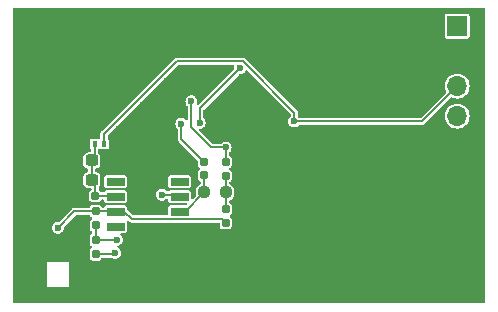
<source format=gbr>
%TF.GenerationSoftware,KiCad,Pcbnew,7.0.10*%
%TF.CreationDate,2024-02-25T20:31:22-06:00*%
%TF.ProjectId,IFBoard,4946426f-6172-4642-9e6b-696361645f70,rev?*%
%TF.SameCoordinates,Original*%
%TF.FileFunction,Copper,L2,Bot*%
%TF.FilePolarity,Positive*%
%FSLAX46Y46*%
G04 Gerber Fmt 4.6, Leading zero omitted, Abs format (unit mm)*
G04 Created by KiCad (PCBNEW 7.0.10) date 2024-02-25 20:31:22*
%MOMM*%
%LPD*%
G01*
G04 APERTURE LIST*
G04 Aperture macros list*
%AMRoundRect*
0 Rectangle with rounded corners*
0 $1 Rounding radius*
0 $2 $3 $4 $5 $6 $7 $8 $9 X,Y pos of 4 corners*
0 Add a 4 corners polygon primitive as box body*
4,1,4,$2,$3,$4,$5,$6,$7,$8,$9,$2,$3,0*
0 Add four circle primitives for the rounded corners*
1,1,$1+$1,$2,$3*
1,1,$1+$1,$4,$5*
1,1,$1+$1,$6,$7*
1,1,$1+$1,$8,$9*
0 Add four rect primitives between the rounded corners*
20,1,$1+$1,$2,$3,$4,$5,0*
20,1,$1+$1,$4,$5,$6,$7,0*
20,1,$1+$1,$6,$7,$8,$9,0*
20,1,$1+$1,$8,$9,$2,$3,0*%
G04 Aperture macros list end*
%TA.AperFunction,ComponentPad*%
%ADD10R,1.700000X1.700000*%
%TD*%
%TA.AperFunction,ComponentPad*%
%ADD11O,1.700000X1.700000*%
%TD*%
%TA.AperFunction,SMDPad,CuDef*%
%ADD12RoundRect,0.155000X-0.155000X0.212500X-0.155000X-0.212500X0.155000X-0.212500X0.155000X0.212500X0*%
%TD*%
%TA.AperFunction,SMDPad,CuDef*%
%ADD13RoundRect,0.160000X0.160000X-0.197500X0.160000X0.197500X-0.160000X0.197500X-0.160000X-0.197500X0*%
%TD*%
%TA.AperFunction,SMDPad,CuDef*%
%ADD14R,0.400000X0.500000*%
%TD*%
%TA.AperFunction,SMDPad,CuDef*%
%ADD15RoundRect,0.237500X0.250000X0.237500X-0.250000X0.237500X-0.250000X-0.237500X0.250000X-0.237500X0*%
%TD*%
%TA.AperFunction,SMDPad,CuDef*%
%ADD16R,1.526000X0.650000*%
%TD*%
%TA.AperFunction,SMDPad,CuDef*%
%ADD17RoundRect,0.237500X0.300000X0.237500X-0.300000X0.237500X-0.300000X-0.237500X0.300000X-0.237500X0*%
%TD*%
%TA.AperFunction,SMDPad,CuDef*%
%ADD18RoundRect,0.155000X0.212500X0.155000X-0.212500X0.155000X-0.212500X-0.155000X0.212500X-0.155000X0*%
%TD*%
%TA.AperFunction,SMDPad,CuDef*%
%ADD19RoundRect,0.155000X0.155000X-0.212500X0.155000X0.212500X-0.155000X0.212500X-0.155000X-0.212500X0*%
%TD*%
%TA.AperFunction,SMDPad,CuDef*%
%ADD20RoundRect,0.160000X-0.160000X0.197500X-0.160000X-0.197500X0.160000X-0.197500X0.160000X0.197500X0*%
%TD*%
%TA.AperFunction,ViaPad*%
%ADD21C,0.800000*%
%TD*%
%TA.AperFunction,ViaPad*%
%ADD22C,0.600000*%
%TD*%
%TA.AperFunction,Conductor*%
%ADD23C,0.200000*%
%TD*%
G04 APERTURE END LIST*
D10*
%TO.P,J1,1,Pin_1*%
%TO.N,/IF_IN*%
X137600000Y-105325000D03*
D11*
%TO.P,J1,2,Pin_2*%
%TO.N,GND*%
X137600000Y-107865000D03*
%TO.P,J1,3,Pin_3*%
%TO.N,+3V3*%
X137600000Y-110405000D03*
%TO.P,J1,4,Pin_4*%
%TO.N,unconnected-(J1-Pin_4-Pad4)*%
X137600000Y-112945000D03*
%TO.P,J1,5,Pin_5*%
%TO.N,GND*%
X137600000Y-115485000D03*
%TD*%
D12*
%TO.P,C16,1*%
%TO.N,Net-(C16-Pad1)*%
X118000000Y-120832500D03*
%TO.P,C16,2*%
%TO.N,/IF_FILT_OUT*%
X118000000Y-121967500D03*
%TD*%
D13*
%TO.P,R10,1*%
%TO.N,Net-(IC3--IN)*%
X107000000Y-122197500D03*
%TO.P,R10,2*%
%TO.N,/IF_FILT_OUT*%
X107000000Y-121002500D03*
%TD*%
D14*
%TO.P,FB3,1,1*%
%TO.N,Net-(IC3-V+)*%
X106900000Y-115300000D03*
%TO.P,FB3,2,2*%
%TO.N,+3V3*%
X107700000Y-115300000D03*
%TD*%
D15*
%TO.P,R9,1*%
%TO.N,Net-(C16-Pad1)*%
X118012500Y-119400000D03*
%TO.P,R9,2*%
%TO.N,Net-(IC3-+IN)*%
X116187500Y-119400000D03*
%TD*%
D16*
%TO.P,IC3,1,NC_1*%
%TO.N,unconnected-(IC3-NC_1-Pad1)*%
X114112000Y-118495000D03*
%TO.P,IC3,2,-IN*%
%TO.N,Net-(IC3--IN)*%
X114112000Y-119765000D03*
%TO.P,IC3,3,+IN*%
%TO.N,Net-(IC3-+IN)*%
X114112000Y-121035000D03*
%TO.P,IC3,4,V-*%
%TO.N,GND*%
X114112000Y-122305000D03*
%TO.P,IC3,5,NC_2*%
%TO.N,unconnected-(IC3-NC_2-Pad5)*%
X108688000Y-122305000D03*
%TO.P,IC3,6,OUT*%
%TO.N,/IF_FILT_OUT*%
X108688000Y-121035000D03*
%TO.P,IC3,7,V+*%
%TO.N,Net-(IC3-V+)*%
X108688000Y-119765000D03*
%TO.P,IC3,8,NC_3*%
%TO.N,unconnected-(IC3-NC_3-Pad8)*%
X108688000Y-118495000D03*
%TD*%
D17*
%TO.P,C12,1*%
%TO.N,Net-(IC3-V+)*%
X106662500Y-118350000D03*
%TO.P,C12,2*%
%TO.N,GND*%
X104937500Y-118350000D03*
%TD*%
D18*
%TO.P,C11,1*%
%TO.N,Net-(IC3-V+)*%
X106967500Y-119700000D03*
%TO.P,C11,2*%
%TO.N,GND*%
X105832500Y-119700000D03*
%TD*%
D13*
%TO.P,R11,1*%
%TO.N,/VREF*%
X107000000Y-124647500D03*
%TO.P,R11,2*%
%TO.N,Net-(IC3--IN)*%
X107000000Y-123452500D03*
%TD*%
D17*
%TO.P,C13,1*%
%TO.N,Net-(IC3-V+)*%
X106662500Y-116700000D03*
%TO.P,C13,2*%
%TO.N,GND*%
X104937500Y-116700000D03*
%TD*%
D19*
%TO.P,C17,1*%
%TO.N,Net-(IC3-+IN)*%
X116200000Y-117967500D03*
%TO.P,C17,2*%
%TO.N,/VREF*%
X116200000Y-116832500D03*
%TD*%
D20*
%TO.P,R8,1*%
%TO.N,/LPF1OUT*%
X118000000Y-116802500D03*
%TO.P,R8,2*%
%TO.N,Net-(C16-Pad1)*%
X118000000Y-117997500D03*
%TD*%
D21*
%TO.N,GND*%
X127400000Y-126800000D03*
D22*
X104000000Y-106000000D03*
X128400000Y-119800000D03*
D21*
X123400000Y-125800000D03*
D22*
X134000000Y-126000000D03*
X102000000Y-110000000D03*
X124400000Y-125800000D03*
D21*
X125400000Y-123800000D03*
D22*
X124400000Y-119800000D03*
D21*
X128400000Y-120800000D03*
D22*
X104000000Y-108000000D03*
D21*
X127400000Y-123800000D03*
D22*
X138000000Y-124000000D03*
X102000000Y-106000000D03*
X116600000Y-109100000D03*
D21*
X125400000Y-121800000D03*
X128400000Y-118800000D03*
D22*
X104000000Y-110000000D03*
X111000000Y-114000000D03*
X132000000Y-122000000D03*
X127400000Y-125800000D03*
D21*
X129400000Y-124800000D03*
X126400000Y-126800000D03*
D22*
X121000000Y-122000000D03*
D21*
X124400000Y-118800000D03*
X127400000Y-122800000D03*
D22*
X109000000Y-116000000D03*
X106000000Y-108000000D03*
X108000000Y-108000000D03*
X108000000Y-110000000D03*
X113000000Y-110000000D03*
D21*
X123400000Y-120800000D03*
X124400000Y-124800000D03*
D22*
X121000000Y-120000000D03*
X125400000Y-119800000D03*
X106000000Y-106000000D03*
X132000000Y-124000000D03*
X121000000Y-124000000D03*
X110000000Y-106000000D03*
X112000000Y-106000000D03*
X102000000Y-112000000D03*
X127400000Y-119800000D03*
X117000000Y-124000000D03*
D21*
X125400000Y-126800000D03*
D22*
X104000000Y-112000000D03*
X110000000Y-108000000D03*
D21*
X129400000Y-119800000D03*
D22*
X115000000Y-124000000D03*
X126400000Y-124800000D03*
X138000000Y-122000000D03*
X127400000Y-120800000D03*
D21*
X129400000Y-125800000D03*
D22*
X119000000Y-124000000D03*
X126400000Y-122800000D03*
D21*
X128400000Y-124800000D03*
X123400000Y-126800000D03*
D22*
X116600000Y-109900000D03*
X111000000Y-112000000D03*
X111000000Y-116000000D03*
X113000000Y-114000000D03*
D21*
X129400000Y-126800000D03*
X123400000Y-124800000D03*
X126400000Y-118800000D03*
D22*
X106000000Y-112000000D03*
X117500000Y-109100000D03*
X126400000Y-123800000D03*
D21*
X124400000Y-126800000D03*
D22*
X136000000Y-126000000D03*
D21*
X127400000Y-121800000D03*
D22*
X134000000Y-124000000D03*
X126400000Y-121800000D03*
X126400000Y-125800000D03*
X121000000Y-126000000D03*
X109000000Y-114000000D03*
D21*
X123400000Y-118800000D03*
D22*
X132000000Y-126000000D03*
D21*
X127400000Y-118800000D03*
X125400000Y-118800000D03*
D22*
X127400000Y-124800000D03*
X102200000Y-126200000D03*
X138000000Y-126000000D03*
X134000000Y-122000000D03*
X125400000Y-124800000D03*
X136000000Y-122000000D03*
D21*
X124400000Y-120800000D03*
D22*
X105400000Y-126200000D03*
X128400000Y-125800000D03*
X113000000Y-112000000D03*
D21*
X128400000Y-126800000D03*
D22*
X111000000Y-124000000D03*
D21*
X123400000Y-119800000D03*
D22*
X106000000Y-110000000D03*
X126400000Y-120800000D03*
X113000000Y-124000000D03*
X108000000Y-106000000D03*
D21*
X125400000Y-122800000D03*
X129400000Y-118800000D03*
D22*
X126400000Y-119800000D03*
X102000000Y-108000000D03*
X125400000Y-120800000D03*
D21*
X129400000Y-120800000D03*
D22*
X136000000Y-124000000D03*
X113000000Y-116000000D03*
X125400000Y-125800000D03*
%TO.N,/VREF*%
X108660000Y-124530000D03*
X114247500Y-113578500D03*
%TO.N,/LPF1OUT*%
X115100000Y-111700000D03*
X118000000Y-115600000D03*
%TO.N,/IF_FILT_OUT*%
X103800000Y-122400000D03*
%TO.N,+3V3*%
X123800000Y-113400000D03*
%TO.N,Net-(IC2--IN)*%
X119200000Y-108900000D03*
X115800000Y-113500000D03*
%TO.N,Net-(IC3--IN)*%
X112600000Y-119600000D03*
X108800000Y-123400000D03*
%TD*%
D23*
%TO.N,/VREF*%
X108542500Y-124647500D02*
X108660000Y-124530000D01*
X116200000Y-116832500D02*
X114247500Y-114880000D01*
X114247500Y-114880000D02*
X114247500Y-113578500D01*
X107000000Y-124647500D02*
X108542500Y-124647500D01*
%TO.N,Net-(IC3-V+)*%
X106662500Y-116700000D02*
X106900000Y-116462500D01*
X106967500Y-118655000D02*
X106662500Y-118350000D01*
X106967500Y-119700000D02*
X106967500Y-118655000D01*
X106967500Y-119700000D02*
X108623000Y-119700000D01*
X108623000Y-119700000D02*
X108688000Y-119765000D01*
X106900000Y-116462500D02*
X106900000Y-115300000D01*
X106662500Y-118350000D02*
X106662500Y-116700000D01*
%TO.N,/LPF1OUT*%
X115100000Y-111700000D02*
X115100000Y-113900000D01*
X118000000Y-116802500D02*
X118000000Y-115600000D01*
X116800000Y-115600000D02*
X118000000Y-115600000D01*
X115100000Y-113900000D02*
X116800000Y-115600000D01*
%TO.N,Net-(C16-Pad1)*%
X118012500Y-120820000D02*
X118000000Y-120832500D01*
X118012500Y-119400000D02*
X118012500Y-120820000D01*
X118000000Y-117997500D02*
X118000000Y-119387500D01*
X118000000Y-119387500D02*
X118012500Y-119400000D01*
%TO.N,/IF_FILT_OUT*%
X108655500Y-121002500D02*
X108688000Y-121035000D01*
X107000000Y-121002500D02*
X105197500Y-121002500D01*
X110060000Y-121660000D02*
X117692500Y-121660000D01*
X108688000Y-121035000D02*
X109435000Y-121035000D01*
X117692500Y-121660000D02*
X118000000Y-121967500D01*
X109435000Y-121035000D02*
X110060000Y-121660000D01*
X107000000Y-121002500D02*
X108655500Y-121002500D01*
X105197500Y-121002500D02*
X103800000Y-122400000D01*
%TO.N,Net-(IC3-+IN)*%
X114112000Y-121035000D02*
X114552500Y-121035000D01*
X116200000Y-119387500D02*
X116187500Y-119400000D01*
X116200000Y-117967500D02*
X116200000Y-119387500D01*
X114552500Y-121035000D02*
X116187500Y-119400000D01*
%TO.N,+3V3*%
X123800000Y-112651471D02*
X119448529Y-108300000D01*
X119448529Y-108300000D02*
X113851471Y-108300000D01*
X134605000Y-113400000D02*
X137600000Y-110405000D01*
X107700000Y-114451471D02*
X107700000Y-115300000D01*
X123800000Y-113400000D02*
X134605000Y-113400000D01*
X113851471Y-108300000D02*
X107700000Y-114451471D01*
X123800000Y-113400000D02*
X123800000Y-112651471D01*
%TO.N,Net-(IC2--IN)*%
X119200000Y-108900000D02*
X115800000Y-112300000D01*
X115800000Y-112300000D02*
X115800000Y-113500000D01*
%TO.N,Net-(IC3--IN)*%
X113947000Y-119600000D02*
X114112000Y-119765000D01*
X107000000Y-123452500D02*
X107000000Y-122197500D01*
X108747500Y-123452500D02*
X108800000Y-123400000D01*
X107000000Y-123452500D02*
X108747500Y-123452500D01*
X112600000Y-119600000D02*
X113947000Y-119600000D01*
%TD*%
%TA.AperFunction,Conductor*%
%TO.N,GND*%
G36*
X139967708Y-103821322D02*
G01*
X139998148Y-103874045D01*
X139999500Y-103889500D01*
X139999500Y-128710500D01*
X139978678Y-128767708D01*
X139925955Y-128798148D01*
X139910500Y-128799500D01*
X100089500Y-128799500D01*
X100032292Y-128778678D01*
X100001852Y-128725955D01*
X100000500Y-128710500D01*
X100000500Y-125285000D01*
X102850000Y-125285000D01*
X102850000Y-127375000D01*
X102850001Y-127375000D01*
X104749999Y-127375000D01*
X104750000Y-127375000D01*
X104750000Y-125285000D01*
X102850000Y-125285000D01*
X100000500Y-125285000D01*
X100000500Y-122400000D01*
X103294353Y-122400000D01*
X103314834Y-122542456D01*
X103374621Y-122673371D01*
X103374623Y-122673374D01*
X103421598Y-122727586D01*
X103468872Y-122782143D01*
X103589947Y-122859953D01*
X103728039Y-122900500D01*
X103728042Y-122900500D01*
X103871958Y-122900500D01*
X103871961Y-122900500D01*
X104010053Y-122859953D01*
X104131128Y-122782143D01*
X104225377Y-122673373D01*
X104285165Y-122542457D01*
X104305647Y-122400000D01*
X104301845Y-122373560D01*
X104314312Y-122313974D01*
X104327003Y-122297966D01*
X105295904Y-121329067D01*
X105351079Y-121303339D01*
X105358836Y-121303000D01*
X106433524Y-121303000D01*
X106490732Y-121323822D01*
X106513479Y-121352909D01*
X106542551Y-121412375D01*
X106627625Y-121497449D01*
X106627627Y-121497450D01*
X106627626Y-121497450D01*
X106642146Y-121504548D01*
X106673840Y-121520042D01*
X106716091Y-121563874D01*
X106720282Y-121624609D01*
X106684453Y-121673829D01*
X106673842Y-121679955D01*
X106627628Y-121702549D01*
X106627627Y-121702549D01*
X106542549Y-121787627D01*
X106489708Y-121895714D01*
X106489707Y-121895718D01*
X106479500Y-121965781D01*
X106479500Y-122429213D01*
X106479501Y-122429225D01*
X106489708Y-122499284D01*
X106489709Y-122499286D01*
X106542551Y-122607375D01*
X106627625Y-122692449D01*
X106627627Y-122692450D01*
X106627626Y-122692450D01*
X106649588Y-122703186D01*
X106691838Y-122747017D01*
X106699500Y-122783143D01*
X106699500Y-122866856D01*
X106678678Y-122924064D01*
X106649590Y-122946812D01*
X106627627Y-122957549D01*
X106542549Y-123042627D01*
X106489708Y-123150714D01*
X106489707Y-123150718D01*
X106479500Y-123220781D01*
X106479500Y-123684213D01*
X106479501Y-123684225D01*
X106489708Y-123754284D01*
X106489709Y-123754286D01*
X106542551Y-123862375D01*
X106627625Y-123947449D01*
X106627627Y-123947450D01*
X106627626Y-123947450D01*
X106641620Y-123954291D01*
X106673840Y-123970042D01*
X106716091Y-124013874D01*
X106720282Y-124074609D01*
X106684453Y-124123829D01*
X106673842Y-124129955D01*
X106627628Y-124152549D01*
X106627627Y-124152549D01*
X106542549Y-124237627D01*
X106489708Y-124345714D01*
X106489707Y-124345718D01*
X106479500Y-124415781D01*
X106479500Y-124879213D01*
X106479501Y-124879225D01*
X106489708Y-124949284D01*
X106489709Y-124949286D01*
X106542551Y-125057375D01*
X106627625Y-125142449D01*
X106627626Y-125142449D01*
X106627627Y-125142450D01*
X106735714Y-125195291D01*
X106735718Y-125195292D01*
X106754422Y-125198016D01*
X106805785Y-125205500D01*
X107194214Y-125205499D01*
X107194215Y-125205498D01*
X107194225Y-125205498D01*
X107241447Y-125198618D01*
X107264286Y-125195291D01*
X107372375Y-125142449D01*
X107457449Y-125057375D01*
X107486519Y-124997910D01*
X107530351Y-124955661D01*
X107566476Y-124948000D01*
X108358534Y-124948000D01*
X108406650Y-124962127D01*
X108449947Y-124989953D01*
X108588039Y-125030500D01*
X108588042Y-125030500D01*
X108731958Y-125030500D01*
X108731961Y-125030500D01*
X108870053Y-124989953D01*
X108991128Y-124912143D01*
X109085377Y-124803373D01*
X109145165Y-124672457D01*
X109165647Y-124530000D01*
X109145165Y-124387543D01*
X109085378Y-124256628D01*
X109085376Y-124256625D01*
X108991128Y-124147857D01*
X108963272Y-124129955D01*
X108870053Y-124070047D01*
X108870051Y-124070046D01*
X108870049Y-124070045D01*
X108864260Y-124067401D01*
X108865278Y-124065171D01*
X108824099Y-124034853D01*
X108809745Y-123975689D01*
X108836779Y-123921141D01*
X108873122Y-123900159D01*
X109010053Y-123859953D01*
X109131128Y-123782143D01*
X109225377Y-123673373D01*
X109285165Y-123542457D01*
X109305647Y-123400000D01*
X109285165Y-123257543D01*
X109236454Y-123150882D01*
X109225378Y-123126628D01*
X109225376Y-123126625D01*
X109131126Y-123017855D01*
X109094584Y-122994371D01*
X109057715Y-122945926D01*
X109060612Y-122885115D01*
X109101919Y-122840394D01*
X109142701Y-122830500D01*
X109470744Y-122830500D01*
X109470748Y-122830500D01*
X109529231Y-122818867D01*
X109595552Y-122774552D01*
X109639867Y-122708231D01*
X109651500Y-122649748D01*
X109651500Y-121960252D01*
X109643477Y-121919916D01*
X109638275Y-121893765D01*
X109647536Y-121833594D01*
X109693308Y-121793453D01*
X109754173Y-121792125D01*
X109788498Y-121813469D01*
X109802589Y-121827560D01*
X109810277Y-121838244D01*
X109811071Y-121837646D01*
X109816040Y-121844226D01*
X109850896Y-121876002D01*
X109853867Y-121878839D01*
X109867198Y-121892170D01*
X109867202Y-121892173D01*
X109867203Y-121892174D01*
X109867873Y-121892633D01*
X109877526Y-121900279D01*
X109884964Y-121907060D01*
X109899067Y-121919916D01*
X109909313Y-121923885D01*
X109927459Y-121933450D01*
X109936519Y-121939656D01*
X109964872Y-121946324D01*
X109976647Y-121949970D01*
X110003827Y-121960500D01*
X110014811Y-121960500D01*
X110035187Y-121962864D01*
X110039483Y-121963874D01*
X110045881Y-121965379D01*
X110045882Y-121965378D01*
X110045883Y-121965379D01*
X110074734Y-121961354D01*
X110087031Y-121960500D01*
X117400500Y-121960500D01*
X117457708Y-121981322D01*
X117488148Y-122034045D01*
X117489500Y-122049500D01*
X117489500Y-122213747D01*
X117499565Y-122282834D01*
X117499566Y-122282836D01*
X117499567Y-122282840D01*
X117551676Y-122389429D01*
X117635571Y-122473324D01*
X117742160Y-122525433D01*
X117742164Y-122525433D01*
X117742165Y-122525434D01*
X117789372Y-122532311D01*
X117811258Y-122535500D01*
X117811265Y-122535500D01*
X118188735Y-122535500D01*
X118188742Y-122535500D01*
X118235954Y-122528621D01*
X118257834Y-122525434D01*
X118257834Y-122525433D01*
X118257840Y-122525433D01*
X118364429Y-122473324D01*
X118448324Y-122389429D01*
X118500433Y-122282840D01*
X118510500Y-122213742D01*
X118510500Y-121721258D01*
X118504483Y-121679957D01*
X118500434Y-121652165D01*
X118500433Y-121652163D01*
X118500433Y-121652160D01*
X118448324Y-121545571D01*
X118365684Y-121462931D01*
X118339957Y-121407757D01*
X118355713Y-121348952D01*
X118365679Y-121337073D01*
X118448324Y-121254429D01*
X118500433Y-121147840D01*
X118510500Y-121078742D01*
X118510500Y-120586258D01*
X118500433Y-120517160D01*
X118448324Y-120410571D01*
X118364429Y-120326676D01*
X118364427Y-120326675D01*
X118364426Y-120326674D01*
X118362906Y-120325931D01*
X118361846Y-120324831D01*
X118358428Y-120322391D01*
X118358881Y-120321755D01*
X118320659Y-120282097D01*
X118313000Y-120245977D01*
X118313000Y-120147017D01*
X118333822Y-120089809D01*
X118372602Y-120063013D01*
X118469475Y-120029116D01*
X118575711Y-119950711D01*
X118654116Y-119844475D01*
X118697725Y-119719849D01*
X118697726Y-119719843D01*
X118700500Y-119690263D01*
X118700500Y-119109736D01*
X118697726Y-119080156D01*
X118697725Y-119080153D01*
X118697725Y-119080151D01*
X118654116Y-118955525D01*
X118575711Y-118849289D01*
X118469475Y-118770884D01*
X118469473Y-118770883D01*
X118434420Y-118758617D01*
X118360103Y-118732612D01*
X118312984Y-118694065D01*
X118300500Y-118648608D01*
X118300500Y-118583143D01*
X118321322Y-118525935D01*
X118350412Y-118503186D01*
X118354617Y-118501129D01*
X118372375Y-118492449D01*
X118457449Y-118407375D01*
X118510291Y-118299286D01*
X118520500Y-118229215D01*
X118520499Y-117765786D01*
X118520499Y-117765785D01*
X118520498Y-117765774D01*
X118511954Y-117707133D01*
X118510291Y-117695714D01*
X118457449Y-117587625D01*
X118372375Y-117502551D01*
X118326157Y-117479956D01*
X118283908Y-117436125D01*
X118279717Y-117375390D01*
X118315547Y-117326170D01*
X118326154Y-117320045D01*
X118372375Y-117297449D01*
X118457449Y-117212375D01*
X118510291Y-117104286D01*
X118520500Y-117034215D01*
X118520499Y-116570786D01*
X118520499Y-116570785D01*
X118520498Y-116570774D01*
X118511954Y-116512133D01*
X118510291Y-116500714D01*
X118457449Y-116392625D01*
X118372375Y-116307551D01*
X118372373Y-116307550D01*
X118372372Y-116307549D01*
X118350410Y-116296812D01*
X118308161Y-116252979D01*
X118300500Y-116216856D01*
X118300500Y-116049327D01*
X118321322Y-115992119D01*
X118331028Y-115982257D01*
X118331125Y-115982144D01*
X118331128Y-115982143D01*
X118425377Y-115873373D01*
X118485165Y-115742457D01*
X118505647Y-115600000D01*
X118501297Y-115569748D01*
X118485165Y-115457543D01*
X118425378Y-115326628D01*
X118425376Y-115326625D01*
X118331128Y-115217857D01*
X118210053Y-115140047D01*
X118210051Y-115140046D01*
X118210049Y-115140045D01*
X118071962Y-115099500D01*
X118071961Y-115099500D01*
X117928039Y-115099500D01*
X117928037Y-115099500D01*
X117789950Y-115140045D01*
X117789947Y-115140047D01*
X117668872Y-115217857D01*
X117668871Y-115217857D01*
X117668871Y-115217858D01*
X117624744Y-115268783D01*
X117571545Y-115298382D01*
X117557483Y-115299500D01*
X116961337Y-115299500D01*
X116904129Y-115278678D01*
X116898404Y-115273433D01*
X115777404Y-114152433D01*
X115751676Y-114097257D01*
X115767432Y-114038452D01*
X115817302Y-114003533D01*
X115840337Y-114000500D01*
X115871958Y-114000500D01*
X115871961Y-114000500D01*
X116010053Y-113959953D01*
X116131128Y-113882143D01*
X116225377Y-113773373D01*
X116285165Y-113642457D01*
X116305647Y-113500000D01*
X116296451Y-113436043D01*
X116285165Y-113357543D01*
X116225378Y-113226628D01*
X116225375Y-113226625D01*
X116126960Y-113113046D01*
X116127996Y-113112147D01*
X116101617Y-113064730D01*
X116100500Y-113050672D01*
X116100500Y-112461335D01*
X116121322Y-112404127D01*
X116126545Y-112398425D01*
X119098403Y-109426566D01*
X119153578Y-109400839D01*
X119161335Y-109400500D01*
X119271958Y-109400500D01*
X119271961Y-109400500D01*
X119410053Y-109359953D01*
X119531128Y-109282143D01*
X119625377Y-109173373D01*
X119657262Y-109103554D01*
X119699967Y-109060167D01*
X119760571Y-109054380D01*
X119801152Y-109077594D01*
X123473433Y-112749875D01*
X123499161Y-112805051D01*
X123499500Y-112812808D01*
X123499500Y-112950672D01*
X123478678Y-113007880D01*
X123468963Y-113017751D01*
X123374624Y-113126625D01*
X123374621Y-113126628D01*
X123314834Y-113257543D01*
X123294353Y-113399999D01*
X123294353Y-113400000D01*
X123314834Y-113542456D01*
X123374621Y-113673371D01*
X123374623Y-113673374D01*
X123468870Y-113782141D01*
X123468872Y-113782143D01*
X123589947Y-113859953D01*
X123728039Y-113900500D01*
X123728042Y-113900500D01*
X123871958Y-113900500D01*
X123871961Y-113900500D01*
X124010053Y-113859953D01*
X124131128Y-113782143D01*
X124175256Y-113731217D01*
X124228455Y-113701618D01*
X124242517Y-113700500D01*
X134541466Y-113700500D01*
X134554462Y-113702618D01*
X134554600Y-113701634D01*
X134562765Y-113702773D01*
X134609880Y-113700595D01*
X134613990Y-113700500D01*
X134632842Y-113700500D01*
X134632844Y-113700500D01*
X134633628Y-113700353D01*
X134645888Y-113698929D01*
X134674992Y-113697585D01*
X134685040Y-113693147D01*
X134704634Y-113687079D01*
X134715433Y-113685061D01*
X134740214Y-113669716D01*
X134751090Y-113663983D01*
X134777765Y-113652206D01*
X134785532Y-113644438D01*
X134801611Y-113631702D01*
X134810952Y-113625919D01*
X134828511Y-113602665D01*
X134836596Y-113593373D01*
X135484966Y-112945003D01*
X136544417Y-112945003D01*
X136564698Y-113150926D01*
X136564700Y-113150934D01*
X136624766Y-113348950D01*
X136624767Y-113348953D01*
X136624768Y-113348954D01*
X136722315Y-113531450D01*
X136853590Y-113691410D01*
X137013550Y-113822685D01*
X137196046Y-113920232D01*
X137394066Y-113980300D01*
X137394070Y-113980300D01*
X137394073Y-113980301D01*
X137599996Y-114000583D01*
X137600000Y-114000583D01*
X137600004Y-114000583D01*
X137805926Y-113980301D01*
X137805927Y-113980300D01*
X137805934Y-113980300D01*
X138003954Y-113920232D01*
X138186450Y-113822685D01*
X138346410Y-113691410D01*
X138477685Y-113531450D01*
X138575232Y-113348954D01*
X138635300Y-113150934D01*
X138642417Y-113078678D01*
X138655583Y-112945003D01*
X138655583Y-112944996D01*
X138635301Y-112739073D01*
X138635300Y-112739070D01*
X138635300Y-112739066D01*
X138575232Y-112541046D01*
X138477685Y-112358550D01*
X138346410Y-112198590D01*
X138186450Y-112067315D01*
X138003954Y-111969768D01*
X138003953Y-111969767D01*
X138003950Y-111969766D01*
X137805934Y-111909700D01*
X137805926Y-111909698D01*
X137600004Y-111889417D01*
X137599996Y-111889417D01*
X137394073Y-111909698D01*
X137394065Y-111909700D01*
X137196049Y-111969766D01*
X137013548Y-112067316D01*
X136853594Y-112198586D01*
X136853586Y-112198594D01*
X136722316Y-112358548D01*
X136624766Y-112541049D01*
X136564700Y-112739065D01*
X136564698Y-112739073D01*
X136544417Y-112944996D01*
X136544417Y-112945003D01*
X135484966Y-112945003D01*
X137054029Y-111375941D01*
X137109203Y-111350214D01*
X137158914Y-111360384D01*
X137196046Y-111380232D01*
X137394066Y-111440300D01*
X137394070Y-111440300D01*
X137394073Y-111440301D01*
X137599996Y-111460583D01*
X137600000Y-111460583D01*
X137600004Y-111460583D01*
X137805926Y-111440301D01*
X137805927Y-111440300D01*
X137805934Y-111440300D01*
X138003954Y-111380232D01*
X138186450Y-111282685D01*
X138346410Y-111151410D01*
X138477685Y-110991450D01*
X138575232Y-110808954D01*
X138635300Y-110610934D01*
X138655583Y-110405000D01*
X138635300Y-110199066D01*
X138575232Y-110001046D01*
X138477685Y-109818550D01*
X138346410Y-109658590D01*
X138186450Y-109527315D01*
X138003954Y-109429768D01*
X138003953Y-109429767D01*
X138003950Y-109429766D01*
X137805934Y-109369700D01*
X137805926Y-109369698D01*
X137600004Y-109349417D01*
X137599996Y-109349417D01*
X137394073Y-109369698D01*
X137394065Y-109369700D01*
X137196049Y-109429766D01*
X137013548Y-109527316D01*
X136853594Y-109658586D01*
X136853586Y-109658594D01*
X136722316Y-109818548D01*
X136624766Y-110001049D01*
X136564700Y-110199065D01*
X136564698Y-110199073D01*
X136544417Y-110404996D01*
X136544417Y-110405003D01*
X136564698Y-110610926D01*
X136564700Y-110610934D01*
X136624766Y-110808951D01*
X136644615Y-110846086D01*
X136653218Y-110906355D01*
X136629056Y-110950971D01*
X134506597Y-113073432D01*
X134451421Y-113099161D01*
X134443664Y-113099500D01*
X124242517Y-113099500D01*
X124185309Y-113078678D01*
X124175256Y-113068783D01*
X124126960Y-113013047D01*
X124127995Y-113012150D01*
X124101616Y-112964721D01*
X124100500Y-112950672D01*
X124100500Y-112715007D01*
X124102620Y-112702013D01*
X124101634Y-112701876D01*
X124102773Y-112693709D01*
X124100595Y-112646590D01*
X124100500Y-112642480D01*
X124100500Y-112623628D01*
X124100352Y-112622838D01*
X124098929Y-112610576D01*
X124097585Y-112581479D01*
X124093146Y-112571426D01*
X124087079Y-112551837D01*
X124085061Y-112541038D01*
X124069715Y-112516254D01*
X124063977Y-112505365D01*
X124052206Y-112478706D01*
X124052204Y-112478704D01*
X124044435Y-112470934D01*
X124031701Y-112454857D01*
X124025919Y-112445519D01*
X124025917Y-112445517D01*
X124002670Y-112427962D01*
X123993371Y-112419871D01*
X119705940Y-108132440D01*
X119698254Y-108121754D01*
X119697458Y-108122356D01*
X119692489Y-108115776D01*
X119692487Y-108115772D01*
X119657623Y-108083989D01*
X119654671Y-108081170D01*
X119641326Y-108067826D01*
X119640656Y-108067367D01*
X119631001Y-108059719D01*
X119609462Y-108040084D01*
X119599212Y-108036113D01*
X119581072Y-108026551D01*
X119572011Y-108020344D01*
X119572009Y-108020343D01*
X119543645Y-108013672D01*
X119531873Y-108010026D01*
X119504702Y-107999500D01*
X119493718Y-107999500D01*
X119473342Y-107997136D01*
X119462649Y-107994621D01*
X119462645Y-107994620D01*
X119433795Y-107998646D01*
X119421498Y-107999500D01*
X113915006Y-107999500D01*
X113902009Y-107997381D01*
X113901872Y-107998366D01*
X113893706Y-107997226D01*
X113846592Y-107999405D01*
X113842482Y-107999500D01*
X113823627Y-107999500D01*
X113823624Y-107999500D01*
X113823615Y-107999501D01*
X113822821Y-107999650D01*
X113810587Y-108001069D01*
X113781480Y-108002415D01*
X113781479Y-108002415D01*
X113771422Y-108006855D01*
X113751839Y-108012919D01*
X113741038Y-108014938D01*
X113741034Y-108014940D01*
X113716256Y-108030280D01*
X113705361Y-108036023D01*
X113678708Y-108047792D01*
X113678706Y-108047793D01*
X113670935Y-108055564D01*
X113654863Y-108068294D01*
X113645521Y-108074078D01*
X113645519Y-108074080D01*
X113627958Y-108097333D01*
X113619870Y-108106628D01*
X107532437Y-114194061D01*
X107521756Y-114201750D01*
X107522354Y-114202542D01*
X107515768Y-114207515D01*
X107483987Y-114242377D01*
X107481151Y-114245348D01*
X107467826Y-114258673D01*
X107467817Y-114258683D01*
X107467355Y-114259359D01*
X107459720Y-114268996D01*
X107440085Y-114290536D01*
X107440081Y-114290542D01*
X107436112Y-114300788D01*
X107426552Y-114318926D01*
X107420342Y-114327991D01*
X107413670Y-114356357D01*
X107410026Y-114368125D01*
X107399500Y-114395298D01*
X107399500Y-114406282D01*
X107397136Y-114426658D01*
X107394621Y-114437350D01*
X107394621Y-114437353D01*
X107398646Y-114466203D01*
X107399500Y-114478501D01*
X107399500Y-114828441D01*
X107378678Y-114885649D01*
X107359946Y-114902441D01*
X107349446Y-114909457D01*
X107290312Y-114923928D01*
X107250554Y-114909458D01*
X107178231Y-114861132D01*
X107119752Y-114849500D01*
X107119748Y-114849500D01*
X106680252Y-114849500D01*
X106680247Y-114849500D01*
X106621768Y-114861132D01*
X106555451Y-114905445D01*
X106555445Y-114905451D01*
X106511132Y-114971768D01*
X106499500Y-115030247D01*
X106499500Y-115569752D01*
X106511132Y-115628231D01*
X106552770Y-115690544D01*
X106555448Y-115694552D01*
X106555451Y-115694554D01*
X106559945Y-115697557D01*
X106595944Y-115746652D01*
X106599500Y-115771558D01*
X106599500Y-115935500D01*
X106578678Y-115992708D01*
X106525955Y-116023148D01*
X106510500Y-116024500D01*
X106309737Y-116024500D01*
X106280156Y-116027273D01*
X106155526Y-116070883D01*
X106049289Y-116149289D01*
X105970883Y-116255526D01*
X105927273Y-116380156D01*
X105924500Y-116409736D01*
X105924500Y-116990263D01*
X105927273Y-117019843D01*
X105947884Y-117078747D01*
X105970884Y-117144475D01*
X106049289Y-117250711D01*
X106155525Y-117329116D01*
X106280151Y-117372725D01*
X106281306Y-117372833D01*
X106281870Y-117373100D01*
X106285447Y-117373882D01*
X106285266Y-117374709D01*
X106336322Y-117398904D01*
X106361708Y-117454238D01*
X106362000Y-117461445D01*
X106362000Y-117588554D01*
X106341178Y-117645762D01*
X106288455Y-117676202D01*
X106281320Y-117677164D01*
X106280161Y-117677272D01*
X106280156Y-117677273D01*
X106155526Y-117720883D01*
X106049289Y-117799289D01*
X105970883Y-117905526D01*
X105927273Y-118030156D01*
X105924500Y-118059736D01*
X105924500Y-118640263D01*
X105927273Y-118669843D01*
X105962628Y-118770883D01*
X105970884Y-118794475D01*
X106049289Y-118900711D01*
X106155525Y-118979116D01*
X106280151Y-119022725D01*
X106280153Y-119022725D01*
X106280156Y-119022726D01*
X106309737Y-119025500D01*
X106309744Y-119025500D01*
X106578000Y-119025500D01*
X106635208Y-119046322D01*
X106665648Y-119099045D01*
X106667000Y-119114500D01*
X106667000Y-119136755D01*
X106646178Y-119193963D01*
X106617089Y-119216711D01*
X106545575Y-119251672D01*
X106461675Y-119335572D01*
X106461674Y-119335575D01*
X106420278Y-119420252D01*
X106409566Y-119442163D01*
X106409565Y-119442165D01*
X106399500Y-119511252D01*
X106399500Y-119888747D01*
X106409565Y-119957834D01*
X106409566Y-119957836D01*
X106409567Y-119957840D01*
X106461676Y-120064429D01*
X106545571Y-120148324D01*
X106652160Y-120200433D01*
X106652164Y-120200433D01*
X106652165Y-120200434D01*
X106699372Y-120207311D01*
X106721258Y-120210500D01*
X106721265Y-120210500D01*
X107213735Y-120210500D01*
X107213742Y-120210500D01*
X107260954Y-120203621D01*
X107282834Y-120200434D01*
X107282834Y-120200433D01*
X107282840Y-120200433D01*
X107389429Y-120148324D01*
X107473324Y-120064429D01*
X107473325Y-120064425D01*
X107473327Y-120064424D01*
X107480178Y-120050411D01*
X107524010Y-120008161D01*
X107560134Y-120000500D01*
X107635500Y-120000500D01*
X107692708Y-120021322D01*
X107723148Y-120074045D01*
X107724500Y-120089500D01*
X107724500Y-120109752D01*
X107736132Y-120168231D01*
X107779915Y-120233755D01*
X107780448Y-120234552D01*
X107780451Y-120234554D01*
X107846768Y-120278867D01*
X107863007Y-120282097D01*
X107905252Y-120290500D01*
X107905256Y-120290500D01*
X109470744Y-120290500D01*
X109470748Y-120290500D01*
X109529231Y-120278867D01*
X109595552Y-120234552D01*
X109639867Y-120168231D01*
X109651500Y-120109748D01*
X109651500Y-119420252D01*
X109646665Y-119395945D01*
X109639867Y-119361768D01*
X109595554Y-119295451D01*
X109595552Y-119295448D01*
X109595548Y-119295445D01*
X109529231Y-119251132D01*
X109470752Y-119239500D01*
X109470748Y-119239500D01*
X107905252Y-119239500D01*
X107905247Y-119239500D01*
X107846768Y-119251132D01*
X107780451Y-119295445D01*
X107780445Y-119295451D01*
X107737350Y-119359947D01*
X107688254Y-119395945D01*
X107663350Y-119399500D01*
X107560134Y-119399500D01*
X107502926Y-119378678D01*
X107480178Y-119349589D01*
X107473327Y-119335575D01*
X107473324Y-119335572D01*
X107473324Y-119335571D01*
X107389429Y-119251676D01*
X107389427Y-119251675D01*
X107389424Y-119251672D01*
X107317911Y-119216711D01*
X107275661Y-119172879D01*
X107268000Y-119136755D01*
X107268000Y-118940445D01*
X107285391Y-118887595D01*
X107287622Y-118884570D01*
X107320700Y-118839752D01*
X107724500Y-118839752D01*
X107736132Y-118898231D01*
X107774416Y-118955525D01*
X107780448Y-118964552D01*
X107780451Y-118964554D01*
X107846768Y-119008867D01*
X107903690Y-119020189D01*
X107905252Y-119020500D01*
X107905256Y-119020500D01*
X109470744Y-119020500D01*
X109470748Y-119020500D01*
X109529231Y-119008867D01*
X109595552Y-118964552D01*
X109639867Y-118898231D01*
X109651499Y-118839752D01*
X113148500Y-118839752D01*
X113160132Y-118898231D01*
X113198416Y-118955525D01*
X113204448Y-118964552D01*
X113204451Y-118964554D01*
X113270768Y-119008867D01*
X113327690Y-119020189D01*
X113329252Y-119020500D01*
X113329256Y-119020500D01*
X114894744Y-119020500D01*
X114894748Y-119020500D01*
X114953231Y-119008867D01*
X115019552Y-118964552D01*
X115063867Y-118898231D01*
X115075500Y-118839748D01*
X115075500Y-118150252D01*
X115063867Y-118091769D01*
X115063867Y-118091768D01*
X115019554Y-118025451D01*
X115019552Y-118025448D01*
X115019548Y-118025445D01*
X114953231Y-117981132D01*
X114894752Y-117969500D01*
X114894748Y-117969500D01*
X113329252Y-117969500D01*
X113329247Y-117969500D01*
X113270768Y-117981132D01*
X113204451Y-118025445D01*
X113204445Y-118025451D01*
X113160132Y-118091768D01*
X113148500Y-118150247D01*
X113148500Y-118839752D01*
X109651499Y-118839752D01*
X109651500Y-118839748D01*
X109651500Y-118150252D01*
X109639867Y-118091769D01*
X109639867Y-118091768D01*
X109595554Y-118025451D01*
X109595552Y-118025448D01*
X109595548Y-118025445D01*
X109529231Y-117981132D01*
X109470752Y-117969500D01*
X109470748Y-117969500D01*
X107905252Y-117969500D01*
X107905247Y-117969500D01*
X107846768Y-117981132D01*
X107780451Y-118025445D01*
X107780445Y-118025451D01*
X107736132Y-118091768D01*
X107724500Y-118150247D01*
X107724500Y-118839752D01*
X107320700Y-118839752D01*
X107354116Y-118794475D01*
X107397725Y-118669849D01*
X107399717Y-118648608D01*
X107400500Y-118640263D01*
X107400500Y-118059736D01*
X107397726Y-118030156D01*
X107397725Y-118030153D01*
X107397725Y-118030151D01*
X107354116Y-117905525D01*
X107275711Y-117799289D01*
X107169475Y-117720884D01*
X107169473Y-117720883D01*
X107044843Y-117677273D01*
X107044838Y-117677272D01*
X107043680Y-117677164D01*
X107043115Y-117676896D01*
X107039553Y-117676118D01*
X107039733Y-117675292D01*
X106988669Y-117651085D01*
X106963291Y-117595748D01*
X106963000Y-117588554D01*
X106963000Y-117461445D01*
X106983822Y-117404237D01*
X107036545Y-117373797D01*
X107043686Y-117372834D01*
X107044849Y-117372725D01*
X107169475Y-117329116D01*
X107275711Y-117250711D01*
X107354116Y-117144475D01*
X107397725Y-117019849D01*
X107397726Y-117019843D01*
X107400500Y-116990263D01*
X107400500Y-116409736D01*
X107397726Y-116380156D01*
X107397725Y-116380153D01*
X107397725Y-116380151D01*
X107354116Y-116255525D01*
X107275711Y-116149289D01*
X107275707Y-116149286D01*
X107275705Y-116149284D01*
X107236650Y-116120460D01*
X107202985Y-116069735D01*
X107200500Y-116048851D01*
X107200500Y-115771558D01*
X107221322Y-115714350D01*
X107240050Y-115697560D01*
X107244552Y-115694552D01*
X107244552Y-115694551D01*
X107250549Y-115690544D01*
X107309684Y-115676070D01*
X107349445Y-115690542D01*
X107421766Y-115738866D01*
X107421768Y-115738866D01*
X107421769Y-115738867D01*
X107480252Y-115750500D01*
X107480256Y-115750500D01*
X107919744Y-115750500D01*
X107919748Y-115750500D01*
X107978231Y-115738867D01*
X108044552Y-115694552D01*
X108088867Y-115628231D01*
X108100500Y-115569748D01*
X108100500Y-115030252D01*
X108088867Y-114971769D01*
X108088867Y-114971768D01*
X108044554Y-114905451D01*
X108044552Y-114905448D01*
X108044548Y-114905445D01*
X108044546Y-114905443D01*
X108040049Y-114902438D01*
X108004054Y-114853340D01*
X108000500Y-114828441D01*
X108000500Y-114612808D01*
X108021322Y-114555600D01*
X108026567Y-114549875D01*
X113949875Y-108626567D01*
X114005051Y-108600839D01*
X114012808Y-108600500D01*
X118648068Y-108600500D01*
X118705276Y-108621322D01*
X118735716Y-108674045D01*
X118729025Y-108726472D01*
X118714834Y-108757543D01*
X118694353Y-108899999D01*
X118694353Y-108900003D01*
X118698153Y-108926438D01*
X118685683Y-108986027D01*
X118672992Y-109002035D01*
X115726019Y-111949008D01*
X115670843Y-111974736D01*
X115612038Y-111958980D01*
X115577119Y-111909110D01*
X115582129Y-111849103D01*
X115585165Y-111842457D01*
X115605647Y-111700000D01*
X115585165Y-111557543D01*
X115525378Y-111426628D01*
X115525376Y-111426625D01*
X115431128Y-111317857D01*
X115376396Y-111282683D01*
X115310053Y-111240047D01*
X115310051Y-111240046D01*
X115310049Y-111240045D01*
X115171962Y-111199500D01*
X115171961Y-111199500D01*
X115028039Y-111199500D01*
X115028037Y-111199500D01*
X114889950Y-111240045D01*
X114768871Y-111317857D01*
X114674623Y-111426625D01*
X114674621Y-111426628D01*
X114614834Y-111557543D01*
X114594353Y-111699999D01*
X114594353Y-111700000D01*
X114614834Y-111842456D01*
X114674621Y-111973371D01*
X114674623Y-111973374D01*
X114749163Y-112059397D01*
X114756024Y-112067316D01*
X114773041Y-112086954D01*
X114772003Y-112087853D01*
X114798382Y-112135267D01*
X114799500Y-112149327D01*
X114799500Y-113212639D01*
X114778678Y-113269847D01*
X114725955Y-113300287D01*
X114666000Y-113289715D01*
X114643238Y-113270922D01*
X114642307Y-113269847D01*
X114578628Y-113196357D01*
X114457553Y-113118547D01*
X114457551Y-113118546D01*
X114457549Y-113118545D01*
X114319462Y-113078000D01*
X114319461Y-113078000D01*
X114175539Y-113078000D01*
X114175537Y-113078000D01*
X114037450Y-113118545D01*
X113916371Y-113196357D01*
X113822123Y-113305125D01*
X113822121Y-113305128D01*
X113762334Y-113436043D01*
X113741853Y-113578499D01*
X113741853Y-113578500D01*
X113762334Y-113720956D01*
X113822121Y-113851871D01*
X113822123Y-113851874D01*
X113920541Y-113965454D01*
X113919503Y-113966353D01*
X113945882Y-114013767D01*
X113947000Y-114027827D01*
X113947000Y-114816466D01*
X113944881Y-114829462D01*
X113945866Y-114829600D01*
X113944726Y-114837764D01*
X113946905Y-114884879D01*
X113947000Y-114888989D01*
X113947000Y-114907848D01*
X113947150Y-114908648D01*
X113948569Y-114920885D01*
X113949915Y-114949993D01*
X113949915Y-114949994D01*
X113954353Y-114960046D01*
X113960419Y-114979632D01*
X113962438Y-114990432D01*
X113977774Y-115015201D01*
X113983520Y-115026101D01*
X113995294Y-115052765D01*
X113995295Y-115052766D01*
X114003064Y-115060536D01*
X114015796Y-115076611D01*
X114021577Y-115085947D01*
X114021581Y-115085952D01*
X114044828Y-115103507D01*
X114054127Y-115111598D01*
X115663433Y-116720904D01*
X115689161Y-116776080D01*
X115689500Y-116783837D01*
X115689500Y-117078747D01*
X115699565Y-117147834D01*
X115699566Y-117147836D01*
X115699567Y-117147840D01*
X115751676Y-117254429D01*
X115834315Y-117337068D01*
X115860043Y-117392243D01*
X115844287Y-117451048D01*
X115834320Y-117462926D01*
X115751676Y-117545571D01*
X115751675Y-117545572D01*
X115699566Y-117652163D01*
X115699565Y-117652165D01*
X115689500Y-117721252D01*
X115689500Y-118213747D01*
X115699565Y-118282834D01*
X115699566Y-118282836D01*
X115699567Y-118282840D01*
X115751676Y-118389429D01*
X115835571Y-118473324D01*
X115849586Y-118480175D01*
X115891838Y-118524006D01*
X115899500Y-118560133D01*
X115899500Y-118648608D01*
X115878678Y-118705816D01*
X115839896Y-118732612D01*
X115785792Y-118751544D01*
X115730526Y-118770883D01*
X115624289Y-118849289D01*
X115545883Y-118955526D01*
X115502273Y-119080156D01*
X115499500Y-119109736D01*
X115499500Y-119626163D01*
X115478678Y-119683371D01*
X115473433Y-119689096D01*
X115227433Y-119935096D01*
X115172257Y-119960824D01*
X115113452Y-119945068D01*
X115078533Y-119895198D01*
X115075500Y-119872163D01*
X115075500Y-119420255D01*
X115075499Y-119420247D01*
X115063867Y-119361768D01*
X115019554Y-119295451D01*
X115019552Y-119295448D01*
X115019548Y-119295445D01*
X114953231Y-119251132D01*
X114894752Y-119239500D01*
X114894748Y-119239500D01*
X113329252Y-119239500D01*
X113329247Y-119239500D01*
X113270766Y-119251133D01*
X113220831Y-119284500D01*
X113171385Y-119299500D01*
X113042517Y-119299500D01*
X112985309Y-119278678D01*
X112975256Y-119268783D01*
X112959961Y-119251132D01*
X112931128Y-119217857D01*
X112810053Y-119140047D01*
X112810051Y-119140046D01*
X112810049Y-119140045D01*
X112671962Y-119099500D01*
X112671961Y-119099500D01*
X112528039Y-119099500D01*
X112528037Y-119099500D01*
X112389950Y-119140045D01*
X112268871Y-119217857D01*
X112174623Y-119326625D01*
X112174621Y-119326628D01*
X112114834Y-119457543D01*
X112094353Y-119599999D01*
X112094353Y-119600000D01*
X112114834Y-119742456D01*
X112174621Y-119873371D01*
X112174623Y-119873374D01*
X112241635Y-119950710D01*
X112268872Y-119982143D01*
X112389947Y-120059953D01*
X112389949Y-120059953D01*
X112389950Y-120059954D01*
X112405174Y-120064424D01*
X112528039Y-120100500D01*
X112528042Y-120100500D01*
X112671958Y-120100500D01*
X112671961Y-120100500D01*
X112810053Y-120059953D01*
X112931128Y-119982143D01*
X112966836Y-119940933D01*
X112975256Y-119931217D01*
X113028455Y-119901618D01*
X113042517Y-119900500D01*
X113059500Y-119900500D01*
X113116708Y-119921322D01*
X113147148Y-119974045D01*
X113148500Y-119989500D01*
X113148500Y-120109752D01*
X113160132Y-120168231D01*
X113203915Y-120233755D01*
X113204448Y-120234552D01*
X113204451Y-120234554D01*
X113270768Y-120278867D01*
X113287007Y-120282097D01*
X113329252Y-120290500D01*
X114657163Y-120290500D01*
X114714371Y-120311322D01*
X114744811Y-120364045D01*
X114734239Y-120424000D01*
X114720096Y-120442433D01*
X114679096Y-120483433D01*
X114623920Y-120509161D01*
X114616163Y-120509500D01*
X113329247Y-120509500D01*
X113270768Y-120521132D01*
X113204451Y-120565445D01*
X113204445Y-120565451D01*
X113160132Y-120631768D01*
X113148500Y-120690247D01*
X113148500Y-121270500D01*
X113127678Y-121327708D01*
X113074955Y-121358148D01*
X113059500Y-121359500D01*
X110221337Y-121359500D01*
X110164129Y-121338678D01*
X110158405Y-121333433D01*
X109692413Y-120867442D01*
X109684725Y-120856753D01*
X109683929Y-120857355D01*
X109673989Y-120844192D01*
X109675670Y-120842922D01*
X109652290Y-120798277D01*
X109651500Y-120786443D01*
X109651500Y-120690255D01*
X109651499Y-120690247D01*
X109639867Y-120631768D01*
X109595554Y-120565451D01*
X109595552Y-120565448D01*
X109595548Y-120565445D01*
X109529231Y-120521132D01*
X109470752Y-120509500D01*
X109470748Y-120509500D01*
X107905252Y-120509500D01*
X107905247Y-120509500D01*
X107846768Y-120521132D01*
X107780451Y-120565445D01*
X107780445Y-120565451D01*
X107736131Y-120631769D01*
X107732778Y-120639867D01*
X107731074Y-120639161D01*
X107704825Y-120682413D01*
X107649122Y-120702000D01*
X107566476Y-120702000D01*
X107509268Y-120681178D01*
X107486519Y-120652089D01*
X107480199Y-120639161D01*
X107457449Y-120592625D01*
X107372375Y-120507551D01*
X107372373Y-120507550D01*
X107372372Y-120507549D01*
X107264285Y-120454708D01*
X107264281Y-120454707D01*
X107207276Y-120446402D01*
X107194215Y-120444500D01*
X107194213Y-120444500D01*
X106805786Y-120444500D01*
X106805774Y-120444501D01*
X106735715Y-120454708D01*
X106627626Y-120507550D01*
X106542550Y-120592626D01*
X106527211Y-120624001D01*
X106523415Y-120631769D01*
X106513481Y-120652089D01*
X106469649Y-120694339D01*
X106433524Y-120702000D01*
X105261034Y-120702000D01*
X105248037Y-120699881D01*
X105247900Y-120700866D01*
X105239734Y-120699726D01*
X105192620Y-120701905D01*
X105188510Y-120702000D01*
X105169656Y-120702000D01*
X105169653Y-120702000D01*
X105169644Y-120702001D01*
X105168850Y-120702150D01*
X105156616Y-120703569D01*
X105127507Y-120704915D01*
X105127504Y-120704915D01*
X105117446Y-120709356D01*
X105097867Y-120715419D01*
X105087067Y-120717438D01*
X105087064Y-120717439D01*
X105062295Y-120732775D01*
X105051398Y-120738519D01*
X105024737Y-120750292D01*
X105024731Y-120750295D01*
X105016961Y-120758066D01*
X105000886Y-120770799D01*
X104991547Y-120776581D01*
X104973990Y-120799829D01*
X104965902Y-120809123D01*
X103901594Y-121873432D01*
X103846418Y-121899161D01*
X103838661Y-121899500D01*
X103728037Y-121899500D01*
X103589950Y-121940045D01*
X103468871Y-122017857D01*
X103374623Y-122126625D01*
X103374621Y-122126628D01*
X103314834Y-122257543D01*
X103294353Y-122399999D01*
X103294353Y-122400000D01*
X100000500Y-122400000D01*
X100000500Y-106194752D01*
X136549500Y-106194752D01*
X136561132Y-106253231D01*
X136605445Y-106319548D01*
X136605448Y-106319552D01*
X136605451Y-106319554D01*
X136671768Y-106363867D01*
X136728690Y-106375189D01*
X136730252Y-106375500D01*
X136730256Y-106375500D01*
X138469744Y-106375500D01*
X138469748Y-106375500D01*
X138528231Y-106363867D01*
X138594552Y-106319552D01*
X138638867Y-106253231D01*
X138650500Y-106194748D01*
X138650500Y-104455252D01*
X138638867Y-104396769D01*
X138638867Y-104396768D01*
X138594554Y-104330451D01*
X138594552Y-104330448D01*
X138594548Y-104330445D01*
X138528231Y-104286132D01*
X138469752Y-104274500D01*
X138469748Y-104274500D01*
X136730252Y-104274500D01*
X136730247Y-104274500D01*
X136671768Y-104286132D01*
X136605451Y-104330445D01*
X136605445Y-104330451D01*
X136561132Y-104396768D01*
X136549500Y-104455247D01*
X136549500Y-106194752D01*
X100000500Y-106194752D01*
X100000500Y-103889500D01*
X100021322Y-103832292D01*
X100074045Y-103801852D01*
X100089500Y-103800500D01*
X139910500Y-103800500D01*
X139967708Y-103821322D01*
G37*
%TD.AperFunction*%
%TD*%
M02*

</source>
